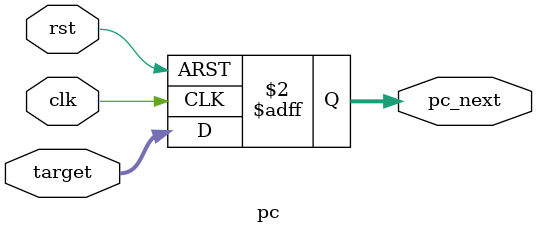
<source format=v>
`timescale 1ns / 1ps
module pc(clk, rst, target, pc_next);
    input clk;
    input rst;
    input [31:0] target;
    output reg [31:0] pc_next;
    
    always @(posedge clk or posedge rst) begin
        if(rst)
            pc_next <= -4;
        else
            pc_next <= target;
    end
endmodule
</source>
